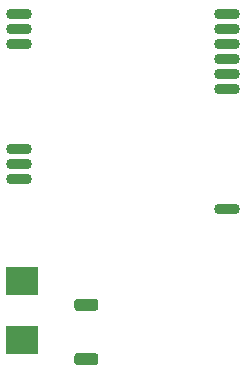
<source format=gbr>
%TF.GenerationSoftware,KiCad,Pcbnew,(5.0.2)-1*%
%TF.CreationDate,2020-06-03T15:28:38+08:00*%
%TF.ProjectId,MixRelays,4d697852-656c-4617-9973-2e6b69636164,rev?*%
%TF.SameCoordinates,Original*%
%TF.FileFunction,Paste,Top*%
%TF.FilePolarity,Positive*%
%FSLAX46Y46*%
G04 Gerber Fmt 4.6, Leading zero omitted, Abs format (unit mm)*
G04 Created by KiCad (PCBNEW (5.0.2)-1) date 2020-06-03 15:28:38*
%MOMM*%
%LPD*%
G01*
G04 APERTURE LIST*
%ADD10C,0.350000*%
%ADD11C,1.000000*%
%ADD12R,2.800000X2.400000*%
%ADD13O,2.200000X0.900000*%
G04 APERTURE END LIST*
D10*
G36*
X149692164Y-132452364D02*
X149716433Y-132455964D01*
X149740231Y-132461925D01*
X149763331Y-132470190D01*
X149785509Y-132480680D01*
X149806553Y-132493293D01*
X149826258Y-132507907D01*
X149844437Y-132524383D01*
X149860913Y-132542562D01*
X149875527Y-132562267D01*
X149888140Y-132583311D01*
X149898630Y-132605489D01*
X149906895Y-132628589D01*
X149912856Y-132652387D01*
X149916456Y-132676656D01*
X149917660Y-132701160D01*
X149917660Y-133201160D01*
X149916456Y-133225664D01*
X149912856Y-133249933D01*
X149906895Y-133273731D01*
X149898630Y-133296831D01*
X149888140Y-133319009D01*
X149875527Y-133340053D01*
X149860913Y-133359758D01*
X149844437Y-133377937D01*
X149826258Y-133394413D01*
X149806553Y-133409027D01*
X149785509Y-133421640D01*
X149763331Y-133432130D01*
X149740231Y-133440395D01*
X149716433Y-133446356D01*
X149692164Y-133449956D01*
X149667660Y-133451160D01*
X148167660Y-133451160D01*
X148143156Y-133449956D01*
X148118887Y-133446356D01*
X148095089Y-133440395D01*
X148071989Y-133432130D01*
X148049811Y-133421640D01*
X148028767Y-133409027D01*
X148009062Y-133394413D01*
X147990883Y-133377937D01*
X147974407Y-133359758D01*
X147959793Y-133340053D01*
X147947180Y-133319009D01*
X147936690Y-133296831D01*
X147928425Y-133273731D01*
X147922464Y-133249933D01*
X147918864Y-133225664D01*
X147917660Y-133201160D01*
X147917660Y-132701160D01*
X147918864Y-132676656D01*
X147922464Y-132652387D01*
X147928425Y-132628589D01*
X147936690Y-132605489D01*
X147947180Y-132583311D01*
X147959793Y-132562267D01*
X147974407Y-132542562D01*
X147990883Y-132524383D01*
X148009062Y-132507907D01*
X148028767Y-132493293D01*
X148049811Y-132480680D01*
X148071989Y-132470190D01*
X148095089Y-132461925D01*
X148118887Y-132455964D01*
X148143156Y-132452364D01*
X148167660Y-132451160D01*
X149667660Y-132451160D01*
X149692164Y-132452364D01*
X149692164Y-132452364D01*
G37*
D11*
X148917660Y-132951160D03*
D10*
G36*
X149692164Y-137052364D02*
X149716433Y-137055964D01*
X149740231Y-137061925D01*
X149763331Y-137070190D01*
X149785509Y-137080680D01*
X149806553Y-137093293D01*
X149826258Y-137107907D01*
X149844437Y-137124383D01*
X149860913Y-137142562D01*
X149875527Y-137162267D01*
X149888140Y-137183311D01*
X149898630Y-137205489D01*
X149906895Y-137228589D01*
X149912856Y-137252387D01*
X149916456Y-137276656D01*
X149917660Y-137301160D01*
X149917660Y-137801160D01*
X149916456Y-137825664D01*
X149912856Y-137849933D01*
X149906895Y-137873731D01*
X149898630Y-137896831D01*
X149888140Y-137919009D01*
X149875527Y-137940053D01*
X149860913Y-137959758D01*
X149844437Y-137977937D01*
X149826258Y-137994413D01*
X149806553Y-138009027D01*
X149785509Y-138021640D01*
X149763331Y-138032130D01*
X149740231Y-138040395D01*
X149716433Y-138046356D01*
X149692164Y-138049956D01*
X149667660Y-138051160D01*
X148167660Y-138051160D01*
X148143156Y-138049956D01*
X148118887Y-138046356D01*
X148095089Y-138040395D01*
X148071989Y-138032130D01*
X148049811Y-138021640D01*
X148028767Y-138009027D01*
X148009062Y-137994413D01*
X147990883Y-137977937D01*
X147974407Y-137959758D01*
X147959793Y-137940053D01*
X147947180Y-137919009D01*
X147936690Y-137896831D01*
X147928425Y-137873731D01*
X147922464Y-137849933D01*
X147918864Y-137825664D01*
X147917660Y-137801160D01*
X147917660Y-137301160D01*
X147918864Y-137276656D01*
X147922464Y-137252387D01*
X147928425Y-137228589D01*
X147936690Y-137205489D01*
X147947180Y-137183311D01*
X147959793Y-137162267D01*
X147974407Y-137142562D01*
X147990883Y-137124383D01*
X148009062Y-137107907D01*
X148028767Y-137093293D01*
X148049811Y-137080680D01*
X148071989Y-137070190D01*
X148095089Y-137061925D01*
X148118887Y-137055964D01*
X148143156Y-137052364D01*
X148167660Y-137051160D01*
X149667660Y-137051160D01*
X149692164Y-137052364D01*
X149692164Y-137052364D01*
G37*
D11*
X148917660Y-137551160D03*
D12*
X143507460Y-130947160D03*
X143507460Y-135907160D03*
D13*
X143208840Y-108343700D03*
X143208840Y-109613700D03*
X143208840Y-110883700D03*
X143208840Y-119773700D03*
X143208840Y-121043700D03*
X143208840Y-122313700D03*
X160808840Y-124853700D03*
X160808840Y-114693700D03*
X160808840Y-113423700D03*
X160808840Y-112153700D03*
X160808840Y-110883700D03*
X160808840Y-109613700D03*
X160808840Y-108343700D03*
M02*

</source>
